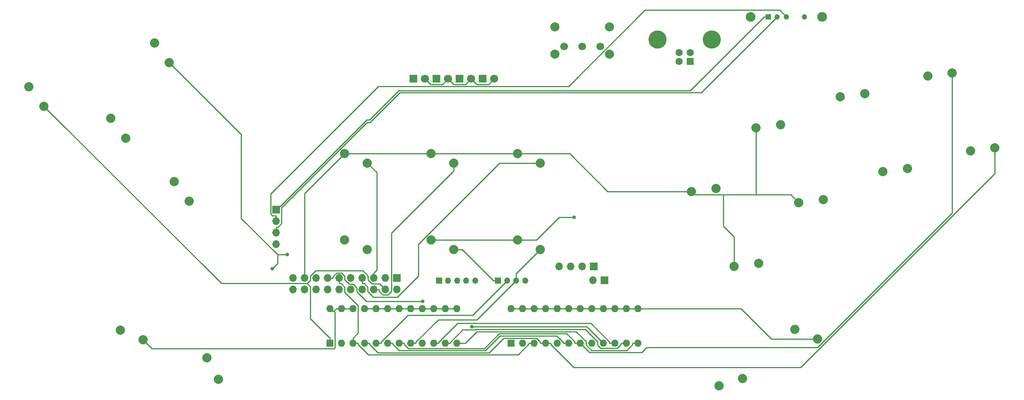
<source format=gbr>
%TF.GenerationSoftware,KiCad,Pcbnew,(5.1.10)-1*%
%TF.CreationDate,2021-10-16T10:52:32-04:00*%
%TF.ProjectId,mino_board,6d696e6f-5f62-46f6-9172-642e6b696361,rev?*%
%TF.SameCoordinates,Original*%
%TF.FileFunction,Copper,L1,Top*%
%TF.FilePolarity,Positive*%
%FSLAX46Y46*%
G04 Gerber Fmt 4.6, Leading zero omitted, Abs format (unit mm)*
G04 Created by KiCad (PCBNEW (5.1.10)-1) date 2021-10-16 10:52:32*
%MOMM*%
%LPD*%
G01*
G04 APERTURE LIST*
%TA.AperFunction,ComponentPad*%
%ADD10R,1.600000X1.600000*%
%TD*%
%TA.AperFunction,ComponentPad*%
%ADD11O,1.600000X1.600000*%
%TD*%
%TA.AperFunction,ComponentPad*%
%ADD12O,1.700000X1.700000*%
%TD*%
%TA.AperFunction,ComponentPad*%
%ADD13R,1.700000X1.700000*%
%TD*%
%TA.AperFunction,ComponentPad*%
%ADD14C,1.200000*%
%TD*%
%TA.AperFunction,ComponentPad*%
%ADD15R,1.200000X1.200000*%
%TD*%
%TA.AperFunction,ComponentPad*%
%ADD16C,2.150000*%
%TD*%
%TA.AperFunction,ComponentPad*%
%ADD17C,2.000000*%
%TD*%
%TA.AperFunction,ComponentPad*%
%ADD18C,1.700000*%
%TD*%
%TA.AperFunction,ComponentPad*%
%ADD19C,2.032000*%
%TD*%
%TA.AperFunction,ComponentPad*%
%ADD20C,4.000000*%
%TD*%
%TA.AperFunction,ComponentPad*%
%ADD21C,1.600000*%
%TD*%
%TA.AperFunction,ComponentPad*%
%ADD22O,1.350000X1.350000*%
%TD*%
%TA.AperFunction,ComponentPad*%
%ADD23R,1.350000X1.350000*%
%TD*%
%TA.AperFunction,ComponentPad*%
%ADD24R,1.800000X1.800000*%
%TD*%
%TA.AperFunction,ComponentPad*%
%ADD25C,1.800000*%
%TD*%
%TA.AperFunction,ViaPad*%
%ADD26C,0.800000*%
%TD*%
%TA.AperFunction,Conductor*%
%ADD27C,0.250000*%
%TD*%
G04 APERTURE END LIST*
D10*
%TO.P,DIP_LEFT1,1*%
%TO.N,Net-(DIP_LEFT1-Pad1)*%
X118778000Y-142113000D03*
D11*
%TO.P,DIP_LEFT1,13*%
%TO.N,Net-(DIP_LEFT1-Pad13)*%
X146718000Y-134493000D03*
%TO.P,DIP_LEFT1,2*%
%TO.N,Net-(DIP_LEFT1-Pad2)*%
X121318000Y-142113000D03*
%TO.P,DIP_LEFT1,14*%
%TO.N,Net-(DIP_LEFT1-Pad13)*%
X144178000Y-134493000D03*
%TO.P,DIP_LEFT1,3*%
%TO.N,Net-(DIP_LEFT1-Pad3)*%
X123858000Y-142113000D03*
%TO.P,DIP_LEFT1,15*%
%TO.N,Net-(DIP_LEFT1-Pad13)*%
X141638000Y-134493000D03*
%TO.P,DIP_LEFT1,4*%
%TO.N,Net-(DIP_LEFT1-Pad4)*%
X126398000Y-142113000D03*
%TO.P,DIP_LEFT1,16*%
%TO.N,Net-(DIP_LEFT1-Pad13)*%
X139098000Y-134493000D03*
%TO.P,DIP_LEFT1,5*%
%TO.N,Net-(DIP_LEFT1-Pad5)*%
X128938000Y-142113000D03*
%TO.P,DIP_LEFT1,17*%
%TO.N,Net-(DIP_LEFT1-Pad13)*%
X136558000Y-134493000D03*
%TO.P,DIP_LEFT1,6*%
%TO.N,Net-(DIP_LEFT1-Pad6)*%
X131478000Y-142113000D03*
%TO.P,DIP_LEFT1,18*%
%TO.N,Net-(DIP_LEFT1-Pad13)*%
X134018000Y-134493000D03*
%TO.P,DIP_LEFT1,7*%
%TO.N,Net-(DIP_LEFT1-Pad7)*%
X134018000Y-142113000D03*
%TO.P,DIP_LEFT1,19*%
%TO.N,Net-(DIP_LEFT1-Pad13)*%
X131478000Y-134493000D03*
%TO.P,DIP_LEFT1,8*%
%TO.N,Net-(DIP_LEFT1-Pad8)*%
X136558000Y-142113000D03*
%TO.P,DIP_LEFT1,20*%
%TO.N,Net-(DIP_LEFT1-Pad13)*%
X128938000Y-134493000D03*
%TO.P,DIP_LEFT1,9*%
%TO.N,Net-(A1-Pad1)*%
X139098000Y-142113000D03*
%TO.P,DIP_LEFT1,21*%
%TO.N,Net-(DIP_LEFT1-Pad13)*%
X126398000Y-134493000D03*
%TO.P,DIP_LEFT1,10*%
%TO.N,Net-(B1-Pad1)*%
X141638000Y-142113000D03*
%TO.P,DIP_LEFT1,22*%
%TO.N,Net-(DIP_LEFT1-Pad13)*%
X123858000Y-134493000D03*
%TO.P,DIP_LEFT1,11*%
%TO.N,Net-(DIP_LEFT1-Pad11)*%
X144178000Y-142113000D03*
%TO.P,DIP_LEFT1,23*%
%TO.N,Net-(DIP_LEFT1-Pad13)*%
X121318000Y-134493000D03*
%TO.P,DIP_LEFT1,12*%
%TO.N,Net-(DIP_LEFT1-Pad12)*%
X146718000Y-142113000D03*
%TO.P,DIP_LEFT1,24*%
%TO.N,Net-(DIP_LEFT1-Pad13)*%
X118778000Y-134493000D03*
%TD*%
%TO.P,DIP_RIGHT1,24*%
%TO.N,Net-(DIP_RIGHT1-Pad13)*%
X158623000Y-134493000D03*
%TO.P,DIP_RIGHT1,12*%
%TO.N,Net-(DIP_LEFT1-Pad12)*%
X186563000Y-142113000D03*
%TO.P,DIP_RIGHT1,23*%
%TO.N,Net-(DIP_RIGHT1-Pad13)*%
X161163000Y-134493000D03*
%TO.P,DIP_RIGHT1,11*%
%TO.N,Net-(DIP_LEFT1-Pad11)*%
X184023000Y-142113000D03*
%TO.P,DIP_RIGHT1,22*%
%TO.N,Net-(DIP_RIGHT1-Pad13)*%
X163703000Y-134493000D03*
%TO.P,DIP_RIGHT1,10*%
%TO.N,Net-(B1-Pad1)*%
X181483000Y-142113000D03*
%TO.P,DIP_RIGHT1,21*%
%TO.N,Net-(DIP_RIGHT1-Pad13)*%
X166243000Y-134493000D03*
%TO.P,DIP_RIGHT1,9*%
%TO.N,Net-(A1-Pad1)*%
X178943000Y-142113000D03*
%TO.P,DIP_RIGHT1,20*%
%TO.N,Net-(DIP_RIGHT1-Pad13)*%
X168783000Y-134493000D03*
%TO.P,DIP_RIGHT1,8*%
%TO.N,Net-(DIP_LEFT1-Pad8)*%
X176403000Y-142113000D03*
%TO.P,DIP_RIGHT1,19*%
%TO.N,Net-(DIP_RIGHT1-Pad13)*%
X171323000Y-134493000D03*
%TO.P,DIP_RIGHT1,7*%
%TO.N,Net-(DIP_LEFT1-Pad7)*%
X173863000Y-142113000D03*
%TO.P,DIP_RIGHT1,18*%
%TO.N,Net-(DIP_RIGHT1-Pad13)*%
X173863000Y-134493000D03*
%TO.P,DIP_RIGHT1,6*%
%TO.N,Net-(DIP_LEFT1-Pad6)*%
X171323000Y-142113000D03*
%TO.P,DIP_RIGHT1,17*%
%TO.N,Net-(DIP_RIGHT1-Pad13)*%
X176403000Y-134493000D03*
%TO.P,DIP_RIGHT1,5*%
%TO.N,Net-(DIP_LEFT1-Pad5)*%
X168783000Y-142113000D03*
%TO.P,DIP_RIGHT1,16*%
%TO.N,Net-(DIP_RIGHT1-Pad13)*%
X178943000Y-134493000D03*
%TO.P,DIP_RIGHT1,4*%
%TO.N,Net-(DIP_LEFT1-Pad4)*%
X166243000Y-142113000D03*
%TO.P,DIP_RIGHT1,15*%
%TO.N,Net-(DIP_RIGHT1-Pad13)*%
X181483000Y-134493000D03*
%TO.P,DIP_RIGHT1,3*%
%TO.N,Net-(DIP_LEFT1-Pad3)*%
X163703000Y-142113000D03*
%TO.P,DIP_RIGHT1,14*%
%TO.N,Net-(DIP_RIGHT1-Pad13)*%
X184023000Y-134493000D03*
%TO.P,DIP_RIGHT1,2*%
%TO.N,Net-(DIP_LEFT1-Pad2)*%
X161163000Y-142113000D03*
%TO.P,DIP_RIGHT1,13*%
%TO.N,Net-(DIP_RIGHT1-Pad13)*%
X186563000Y-134493000D03*
D10*
%TO.P,DIP_RIGHT1,1*%
%TO.N,Net-(DIP_RIGHT1-Pad1)*%
X158623000Y-142113000D03*
%TD*%
D12*
%TO.P,JSTICKTYPE1,4*%
%TO.N,Net-(JSTICKTYPE1-Pad4)*%
X106934000Y-120269000D03*
%TO.P,JSTICKTYPE1,3*%
%TO.N,Net-(JSTICKTYPE1-Pad3)*%
X106934000Y-117729000D03*
%TO.P,JSTICKTYPE1,2*%
%TO.N,Net-(JSTICKTYPE1-Pad2)*%
X106934000Y-115189000D03*
D13*
%TO.P,JSTICKTYPE1,1*%
%TO.N,Net-(JSTICKTYPE1-Pad1)*%
X106934000Y-112649000D03*
%TD*%
D14*
%TO.P,SW_STICK1,4*%
%TO.N,Net-(JSTICKTYPE1-Pad4)*%
X223266000Y-70127500D03*
%TO.P,SW_STICK1,3*%
%TO.N,Net-(JSTICKTYPE1-Pad2)*%
X219266000Y-70127500D03*
%TO.P,SW_STICK1,2*%
%TO.N,Net-(JSTICKTYPE1-Pad3)*%
X217266000Y-70127500D03*
D15*
%TO.P,SW_STICK1,1*%
%TO.N,Net-(JSTICKTYPE1-Pad1)*%
X215266000Y-70127500D03*
D16*
%TO.P,SW_STICK1,6*%
%TO.N,N/C*%
X227116000Y-70127500D03*
%TO.P,SW_STICK1,5*%
X211416001Y-70127500D03*
%TD*%
D17*
%TO.P,SW_SOCD1,*%
%TO.N,*%
X168302000Y-78394500D03*
X180302000Y-78394500D03*
X180302000Y-72394500D03*
X168302000Y-72394500D03*
D18*
%TO.P,SW_SOCD1,1*%
%TO.N,Net-(JSOCD1-Pad1)*%
X170302000Y-76644500D03*
%TO.P,SW_SOCD1,2*%
%TO.N,Net-(JSOCD1-Pad2)*%
X174302000Y-76644500D03*
%TO.P,SW_SOCD1,3*%
%TO.N,Net-(SW_SOCD1-Pad3)*%
X178302000Y-76644500D03*
%TD*%
D12*
%TO.P,JSOCD1,2*%
%TO.N,Net-(JSOCD1-Pad2)*%
X176657000Y-128270000D03*
D13*
%TO.P,JSOCD1,1*%
%TO.N,Net-(JSOCD1-Pad1)*%
X179197000Y-128270000D03*
%TD*%
D19*
%TO.P,L2,1*%
%TO.N,Net-(DIP_LEFT1-Pad4)*%
X265190000Y-99013050D03*
%TO.P,L2,2*%
%TO.N,Net-(A1-Pad2)*%
X259809873Y-99694397D03*
%TD*%
D20*
%TO.P,USB_B1,5*%
%TO.N,Net-(USB_B1-Pad5)*%
X202870000Y-75150000D03*
X190870000Y-75150000D03*
D21*
%TO.P,USB_B1,4*%
%TO.N,Net-(J1-2-Pad4)*%
X198120000Y-78010000D03*
%TO.P,USB_B1,3*%
%TO.N,Net-(J1-2-Pad3)*%
X195620000Y-78010000D03*
%TO.P,USB_B1,2*%
%TO.N,Net-(J1-2-Pad2)*%
X195620000Y-80010000D03*
D10*
%TO.P,USB_B1,1*%
%TO.N,Net-(J1-2-Pad1)*%
X198120000Y-80010000D03*
%TD*%
D19*
%TO.P,R2,1*%
%TO.N,Net-(DIP_LEFT1-Pad7)*%
X255792000Y-82512750D03*
%TO.P,R2,2*%
%TO.N,Net-(A1-Pad2)*%
X250411873Y-83194097D03*
%TD*%
%TO.P,LEFT1,1*%
%TO.N,Net-(DIP_LEFT1-Pad1)*%
X55787500Y-89882050D03*
%TO.P,LEFT1,2*%
%TO.N,Net-(A1-Pad2)*%
X52507373Y-85563397D03*
%TD*%
%TO.P,DOWN1,1*%
%TO.N,Net-(DIP_LEFT1-Pad2)*%
X73821500Y-96871950D03*
%TO.P,DOWN1,2*%
%TO.N,Net-(A1-Pad2)*%
X70541373Y-92553297D03*
%TD*%
%TO.P,RIGHT1,1*%
%TO.N,Net-(DIP_RIGHT1-Pad1)*%
X87791500Y-110773550D03*
%TO.P,RIGHT1,2*%
%TO.N,Net-(A1-Pad2)*%
X84511373Y-106454897D03*
%TD*%
%TO.P,UP1,2*%
%TO.N,Net-(A1-Pad2)*%
X80129273Y-75955397D03*
%TO.P,UP1,1*%
%TO.N,Net-(J4-Pad1)*%
X83409400Y-80274050D03*
%TD*%
%TO.P,UP3,2*%
%TO.N,Net-(A1-Pad2)*%
X204416371Y-151539907D03*
%TO.P,UP3,1*%
%TO.N,Net-(J4-Pad1)*%
X209596447Y-149934662D03*
%TD*%
%TO.P,HOME1,1*%
%TO.N,Net-(HOME1-Pad1)*%
X146050000Y-102420000D03*
%TO.P,HOME1,2*%
%TO.N,Net-(A1-Pad2)*%
X141050000Y-100320000D03*
%TD*%
%TO.P,R3,1*%
%TO.N,Net-(DIP_LEFT1-Pad8)*%
X165100000Y-121470000D03*
%TO.P,R3,2*%
%TO.N,Net-(J10-Pad4)*%
X160100000Y-119370000D03*
%TD*%
%TO.P,L3,1*%
%TO.N,Net-(DIP_LEFT1-Pad5)*%
X127000000Y-121470000D03*
%TO.P,L3,2*%
%TO.N,Net-(J10-Pad4)*%
X122000000Y-119370000D03*
%TD*%
%TO.P,START1,2*%
%TO.N,Net-(A1-Pad2)*%
X160100000Y-100320000D03*
%TO.P,START1,1*%
%TO.N,Net-(J4-Pad7)*%
X165100000Y-102420000D03*
%TD*%
%TO.P,RIGHT2,1*%
%TO.N,Net-(DIP_RIGHT1-Pad13)*%
X226124000Y-141155000D03*
%TO.P,RIGHT2,2*%
%TO.N,Net-(A1-Pad2)*%
X221124000Y-139055000D03*
%TD*%
%TO.P,SELECT1,2*%
%TO.N,Net-(A1-Pad2)*%
X122000000Y-100320000D03*
%TO.P,SELECT1,1*%
%TO.N,Net-(J4-Pad5)*%
X127000000Y-102420000D03*
%TD*%
%TO.P,LEFT2,2*%
%TO.N,Net-(A1-Pad2)*%
X72660500Y-139246000D03*
%TO.P,LEFT2,1*%
%TO.N,Net-(DIP_LEFT1-Pad13)*%
X77660500Y-141346000D03*
%TD*%
%TO.P,UP2,1*%
%TO.N,Net-(J4-Pad1)*%
X94188053Y-150125662D03*
%TO.P,UP2,2*%
%TO.N,Net-(A1-Pad2)*%
X91707685Y-145303031D03*
%TD*%
%TO.P,L1,1*%
%TO.N,Net-(DIP_LEFT1-Pad3)*%
X245896000Y-103585050D03*
%TO.P,L1,2*%
%TO.N,Net-(A1-Pad2)*%
X240515873Y-104266397D03*
%TD*%
%TO.P,Y1,1*%
%TO.N,Net-(DIP_LEFT1-Pad12)*%
X217966000Y-93942750D03*
%TO.P,Y1,2*%
%TO.N,Net-(A1-Pad2)*%
X212585873Y-94624097D03*
%TD*%
%TO.P,A1,1*%
%TO.N,Net-(A1-Pad1)*%
X213150000Y-124494550D03*
%TO.P,A1,2*%
%TO.N,Net-(A1-Pad2)*%
X207769873Y-125175897D03*
%TD*%
%TO.P,R1,1*%
%TO.N,Net-(DIP_LEFT1-Pad6)*%
X236498000Y-87084750D03*
%TO.P,R1,2*%
%TO.N,Net-(A1-Pad2)*%
X231117873Y-87766097D03*
%TD*%
%TO.P,X1,1*%
%TO.N,Net-(DIP_LEFT1-Pad11)*%
X203752000Y-107994550D03*
%TO.P,X1,2*%
%TO.N,Net-(A1-Pad2)*%
X198371873Y-108675897D03*
%TD*%
%TO.P,B1,1*%
%TO.N,Net-(B1-Pad1)*%
X227364000Y-110443550D03*
%TO.P,B1,2*%
%TO.N,Net-(A1-Pad2)*%
X221983873Y-111124897D03*
%TD*%
%TO.P,TOUCHPAD1,2*%
%TO.N,Net-(J10-Pad4)*%
X141050000Y-119370000D03*
%TO.P,TOUCHPAD1,1*%
%TO.N,Net-(J10-Pad1)*%
X146050000Y-121470000D03*
%TD*%
D12*
%TO.P,J4,20*%
%TO.N,Net-(J4-Pad20)*%
X110665000Y-130310000D03*
%TO.P,J4,19*%
%TO.N,Net-(J4-Pad19)*%
X110665000Y-127770000D03*
%TO.P,J4,18*%
%TO.N,Net-(J4-Pad18)*%
X113205000Y-130310000D03*
%TO.P,J4,17*%
%TO.N,Net-(A1-Pad2)*%
X113205000Y-127770000D03*
%TO.P,J4,16*%
%TO.N,Net-(DIP_LEFT1-Pad4)*%
X115745000Y-130310000D03*
%TO.P,J4,15*%
%TO.N,Net-(DIP_LEFT1-Pad7)*%
X115745000Y-127770000D03*
%TO.P,J4,14*%
%TO.N,Net-(B1-Pad1)*%
X118285000Y-130310000D03*
%TO.P,J4,13*%
%TO.N,Net-(A1-Pad1)*%
X118285000Y-127770000D03*
%TO.P,J4,12*%
%TO.N,Net-(J4-Pad12)*%
X120825000Y-130310000D03*
%TO.P,J4,11*%
%TO.N,Net-(DIP_LEFT1-Pad3)*%
X120825000Y-127770000D03*
%TO.P,J4,10*%
%TO.N,Net-(DIP_LEFT1-Pad6)*%
X123365000Y-130310000D03*
%TO.P,J4,9*%
%TO.N,Net-(DIP_LEFT1-Pad12)*%
X123365000Y-127770000D03*
%TO.P,J4,8*%
%TO.N,Net-(DIP_LEFT1-Pad11)*%
X125905000Y-130310000D03*
%TO.P,J4,7*%
%TO.N,Net-(J4-Pad7)*%
X125905000Y-127770000D03*
%TO.P,J4,6*%
%TO.N,Net-(HOME1-Pad1)*%
X128445000Y-130310000D03*
%TO.P,J4,5*%
%TO.N,Net-(J4-Pad5)*%
X128445000Y-127770000D03*
%TO.P,J4,4*%
%TO.N,Net-(DIP_LEFT1-Pad1)*%
X130985000Y-130310000D03*
%TO.P,J4,3*%
%TO.N,Net-(DIP_RIGHT1-Pad1)*%
X130985000Y-127770000D03*
%TO.P,J4,2*%
%TO.N,Net-(DIP_LEFT1-Pad2)*%
X133525000Y-130310000D03*
D13*
%TO.P,J4,1*%
%TO.N,Net-(J4-Pad1)*%
X133525000Y-127770000D03*
%TD*%
D12*
%TO.P,J1-2,4*%
%TO.N,Net-(J1-2-Pad4)*%
X169260000Y-125160000D03*
%TO.P,J1-2,3*%
%TO.N,Net-(J1-2-Pad3)*%
X171800000Y-125160000D03*
%TO.P,J1-2,2*%
%TO.N,Net-(J1-2-Pad2)*%
X174340000Y-125160000D03*
D13*
%TO.P,J1-2,1*%
%TO.N,Net-(J1-2-Pad1)*%
X176880000Y-125160000D03*
%TD*%
D22*
%TO.P,J2,5*%
%TO.N,Net-(J2-Pad5)*%
X150780000Y-128350000D03*
%TO.P,J2,4*%
%TO.N,Net-(J2-Pad4)*%
X148780000Y-128350000D03*
%TO.P,J2,3*%
%TO.N,Net-(J2-Pad3)*%
X146780000Y-128350000D03*
%TO.P,J2,2*%
%TO.N,Net-(J2-Pad2)*%
X144780000Y-128350000D03*
D23*
%TO.P,J2,1*%
%TO.N,Net-(J2-Pad1)*%
X142780000Y-128350000D03*
%TD*%
D22*
%TO.P,J10,4*%
%TO.N,Net-(J10-Pad4)*%
X161780000Y-128350000D03*
%TO.P,J10,3*%
%TO.N,Net-(DIP_LEFT1-Pad8)*%
X159780000Y-128350000D03*
%TO.P,J10,2*%
%TO.N,Net-(DIP_LEFT1-Pad5)*%
X157780000Y-128350000D03*
D23*
%TO.P,J10,1*%
%TO.N,Net-(J10-Pad1)*%
X155780000Y-128350000D03*
%TD*%
D24*
%TO.P,P4,1*%
%TO.N,Net-(J2-Pad5)*%
X152400000Y-83820000D03*
D25*
%TO.P,P4,2*%
%TO.N,Net-(J2-Pad1)*%
X154940000Y-83820000D03*
%TD*%
%TO.P,P3,2*%
%TO.N,Net-(J2-Pad1)*%
X149860000Y-83820000D03*
D24*
%TO.P,P3,1*%
%TO.N,Net-(J2-Pad4)*%
X147320000Y-83820000D03*
%TD*%
%TO.P,P2,1*%
%TO.N,Net-(J2-Pad3)*%
X142240000Y-83820000D03*
D25*
%TO.P,P2,2*%
%TO.N,Net-(J2-Pad1)*%
X144780000Y-83820000D03*
%TD*%
%TO.P,P1,2*%
%TO.N,Net-(J2-Pad1)*%
X139700000Y-83820000D03*
D24*
%TO.P,P1,1*%
%TO.N,Net-(J2-Pad2)*%
X137160000Y-83820000D03*
%TD*%
D26*
%TO.N,Net-(A1-Pad1)*%
X150001600Y-138479400D03*
X139172700Y-132935500D03*
%TO.N,Net-(J4-Pad1)*%
X109393600Y-122556500D03*
X106039200Y-125718600D03*
%TO.N,Net-(J10-Pad4)*%
X172561400Y-114393700D03*
%TD*%
D27*
%TO.N,Net-(A1-Pad2)*%
X113205000Y-127770000D02*
X113205000Y-126594700D01*
X113205000Y-126594700D02*
X113205000Y-109115000D01*
X113205000Y-109115000D02*
X122000000Y-100320000D01*
X122000000Y-100320000D02*
X141050000Y-100320000D01*
X160100000Y-100320000D02*
X171564100Y-100320000D01*
X171564100Y-100320000D02*
X179920000Y-108675900D01*
X179920000Y-108675900D02*
X198371900Y-108675900D01*
X141050000Y-100320000D02*
X160100000Y-100320000D01*
X205395600Y-109385400D02*
X212585900Y-109385400D01*
X198371900Y-108675900D02*
X199081400Y-109385400D01*
X199081400Y-109385400D02*
X205395600Y-109385400D01*
X207769900Y-125175900D02*
X207769900Y-118703300D01*
X207769900Y-118703300D02*
X205395600Y-116329000D01*
X205395600Y-116329000D02*
X205395600Y-109385400D01*
X212585900Y-109385400D02*
X212585900Y-94624100D01*
X221983900Y-111124900D02*
X220244400Y-109385400D01*
X220244400Y-109385400D02*
X212585900Y-109385400D01*
%TO.N,Net-(A1-Pad1)*%
X178943000Y-142113000D02*
X175309400Y-138479400D01*
X175309400Y-138479400D02*
X150001600Y-138479400D01*
X119460300Y-127770000D02*
X119460300Y-127402700D01*
X119460300Y-127402700D02*
X120270000Y-126593000D01*
X120270000Y-126593000D02*
X121312700Y-126593000D01*
X121312700Y-126593000D02*
X122000400Y-127280700D01*
X122000400Y-127280700D02*
X122000400Y-128069600D01*
X122000400Y-128069600D02*
X123004200Y-129073400D01*
X123004200Y-129073400D02*
X123812600Y-129073400D01*
X123812600Y-129073400D02*
X124659400Y-129920200D01*
X124659400Y-129920200D02*
X124659400Y-130800600D01*
X124659400Y-130800600D02*
X126794300Y-132935500D01*
X126794300Y-132935500D02*
X139172700Y-132935500D01*
X118285000Y-127770000D02*
X119460300Y-127770000D01*
%TO.N,Net-(B1-Pad1)*%
X180357700Y-142113000D02*
X180357700Y-141883500D01*
X180357700Y-141883500D02*
X176228300Y-137754100D01*
X176228300Y-137754100D02*
X146840900Y-137754100D01*
X146840900Y-137754100D02*
X142763300Y-141831700D01*
X142763300Y-141831700D02*
X142763300Y-142113000D01*
X181483000Y-142113000D02*
X180357700Y-142113000D01*
X141638000Y-142113000D02*
X142763300Y-142113000D01*
%TO.N,Net-(HOME1-Pad1)*%
X128445000Y-130310000D02*
X129620300Y-130310000D01*
X129620300Y-130310000D02*
X129620300Y-130677300D01*
X129620300Y-130677300D02*
X130438100Y-131495100D01*
X130438100Y-131495100D02*
X131509800Y-131495100D01*
X131509800Y-131495100D02*
X132349600Y-130655300D01*
X132349600Y-130655300D02*
X132349600Y-117836400D01*
X132349600Y-117836400D02*
X146050000Y-104136000D01*
X146050000Y-104136000D02*
X146050000Y-102420000D01*
%TO.N,Net-(J2-Pad1)*%
X144780000Y-83820000D02*
X146005300Y-85045300D01*
X146005300Y-85045300D02*
X148634700Y-85045300D01*
X148634700Y-85045300D02*
X149860000Y-83820000D01*
X154940000Y-83820000D02*
X153714700Y-85045300D01*
X153714700Y-85045300D02*
X151085300Y-85045300D01*
X151085300Y-85045300D02*
X149860000Y-83820000D01*
X144780000Y-83820000D02*
X143554700Y-85045300D01*
X143554700Y-85045300D02*
X140925300Y-85045300D01*
X140925300Y-85045300D02*
X139700000Y-83820000D01*
%TO.N,Net-(J4-Pad7)*%
X125905000Y-127770000D02*
X125905000Y-128945300D01*
X125905000Y-128945300D02*
X126272400Y-128945300D01*
X126272400Y-128945300D02*
X127080300Y-129753200D01*
X127080300Y-129753200D02*
X127080300Y-130676300D01*
X127080300Y-130676300D02*
X128350900Y-131946900D01*
X128350900Y-131946900D02*
X133559800Y-131946900D01*
X133559800Y-131946900D02*
X138207200Y-127299500D01*
X138207200Y-127299500D02*
X138207200Y-120299100D01*
X138207200Y-120299100D02*
X156086300Y-102420000D01*
X156086300Y-102420000D02*
X165100000Y-102420000D01*
%TO.N,Net-(J4-Pad5)*%
X128445000Y-127770000D02*
X128445000Y-126594700D01*
X128445000Y-126594700D02*
X129054500Y-125985200D01*
X129054500Y-125985200D02*
X129054500Y-104474500D01*
X129054500Y-104474500D02*
X127000000Y-102420000D01*
%TO.N,Net-(J4-Pad1)*%
X107210100Y-122556500D02*
X99230200Y-114576600D01*
X99230200Y-114576600D02*
X99230200Y-96094800D01*
X99230200Y-96094800D02*
X83409400Y-80274000D01*
X106039200Y-125718600D02*
X107210100Y-124547700D01*
X107210100Y-124547700D02*
X107210100Y-122556500D01*
X109393600Y-122556500D02*
X107210100Y-122556500D01*
%TO.N,Net-(J10-Pad4)*%
X160100000Y-119370000D02*
X141050000Y-119370000D01*
X172561400Y-114393700D02*
X169221000Y-114393700D01*
X169221000Y-114393700D02*
X164244700Y-119370000D01*
X164244700Y-119370000D02*
X160100000Y-119370000D01*
%TO.N,Net-(J10-Pad1)*%
X155780000Y-128350000D02*
X154779700Y-128350000D01*
X154779700Y-128350000D02*
X147899700Y-121470000D01*
X147899700Y-121470000D02*
X146050000Y-121470000D01*
%TO.N,Net-(DIP_LEFT1-Pad4)*%
X127523300Y-142113000D02*
X127523300Y-142394300D01*
X127523300Y-142394300D02*
X129344400Y-144215400D01*
X129344400Y-144215400D02*
X153789900Y-144215400D01*
X153789900Y-144215400D02*
X157017600Y-140987700D01*
X157017600Y-140987700D02*
X164273800Y-140987700D01*
X164273800Y-140987700D02*
X165117700Y-141831600D01*
X165117700Y-141831600D02*
X165117700Y-142113000D01*
X166243000Y-142113000D02*
X167368300Y-142113000D01*
X265190000Y-99013000D02*
X265190000Y-104686400D01*
X265190000Y-104686400D02*
X222395100Y-147481300D01*
X222395100Y-147481300D02*
X172455300Y-147481300D01*
X172455300Y-147481300D02*
X167368300Y-142394300D01*
X167368300Y-142394300D02*
X167368300Y-142113000D01*
X166243000Y-142113000D02*
X165117700Y-142113000D01*
X126398000Y-142113000D02*
X127523300Y-142113000D01*
%TO.N,Net-(DIP_LEFT1-Pad7)*%
X172737700Y-142113000D02*
X172737700Y-141831700D01*
X172737700Y-141831700D02*
X170937300Y-140031300D01*
X170937300Y-140031300D02*
X156024600Y-140031300D01*
X156024600Y-140031300D02*
X152779000Y-143276900D01*
X152779000Y-143276900D02*
X136025900Y-143276900D01*
X136025900Y-143276900D02*
X135143300Y-142394300D01*
X135143300Y-142394300D02*
X135143300Y-142113000D01*
X173863000Y-142113000D02*
X172737700Y-142113000D01*
X134018000Y-142113000D02*
X135143300Y-142113000D01*
X255792000Y-82512700D02*
X255792000Y-113431700D01*
X255792000Y-113431700D02*
X226162800Y-143060900D01*
X226162800Y-143060900D02*
X188539600Y-143060900D01*
X188539600Y-143060900D02*
X187414900Y-144185600D01*
X187414900Y-144185600D02*
X175935600Y-144185600D01*
X175935600Y-144185600D02*
X173863000Y-142113000D01*
%TO.N,Net-(DIP_LEFT1-Pad3)*%
X123858000Y-142113000D02*
X123858000Y-140987700D01*
X120825000Y-127770000D02*
X120825000Y-128945300D01*
X120825000Y-128945300D02*
X121192400Y-128945300D01*
X121192400Y-128945300D02*
X122000300Y-129753200D01*
X122000300Y-129753200D02*
X122000300Y-130835100D01*
X122000300Y-130835100D02*
X124983300Y-133818100D01*
X124983300Y-133818100D02*
X124983300Y-139862400D01*
X124983300Y-139862400D02*
X123858000Y-140987700D01*
X124983300Y-142113000D02*
X124983300Y-142394300D01*
X124983300Y-142394300D02*
X127264900Y-144675900D01*
X127264900Y-144675900D02*
X160228400Y-144675900D01*
X160228400Y-144675900D02*
X162577700Y-142326600D01*
X162577700Y-142326600D02*
X162577700Y-142113000D01*
X163703000Y-142113000D02*
X162577700Y-142113000D01*
X123858000Y-142113000D02*
X124983300Y-142113000D01*
%TO.N,Net-(DIP_LEFT1-Pad6)*%
X170197700Y-142113000D02*
X170197700Y-141923500D01*
X170197700Y-141923500D02*
X168756900Y-140482700D01*
X168756900Y-140482700D02*
X156210100Y-140482700D01*
X156210100Y-140482700D02*
X152957800Y-143735000D01*
X152957800Y-143735000D02*
X134032600Y-143735000D01*
X134032600Y-143735000D02*
X132603300Y-142305700D01*
X132603300Y-142305700D02*
X132603300Y-142113000D01*
X171323000Y-142113000D02*
X170197700Y-142113000D01*
X131478000Y-142113000D02*
X132603300Y-142113000D01*
%TO.N,Net-(DIP_LEFT1-Pad12)*%
X147843300Y-142113000D02*
X148568400Y-142113000D01*
X148568400Y-142113000D02*
X151103000Y-139578400D01*
X151103000Y-139578400D02*
X172974500Y-139578400D01*
X172974500Y-139578400D02*
X175133000Y-141736900D01*
X175133000Y-141736900D02*
X175133000Y-142486300D01*
X175133000Y-142486300D02*
X176358500Y-143711800D01*
X176358500Y-143711800D02*
X184120200Y-143711800D01*
X184120200Y-143711800D02*
X185437700Y-142394300D01*
X185437700Y-142394300D02*
X185437700Y-142113000D01*
X146718000Y-142113000D02*
X147843300Y-142113000D01*
X186563000Y-142113000D02*
X185437700Y-142113000D01*
%TO.N,Net-(DIP_LEFT1-Pad11)*%
X145303300Y-142113000D02*
X145303300Y-141919600D01*
X145303300Y-141919600D02*
X148018200Y-139204700D01*
X148018200Y-139204700D02*
X150839800Y-139204700D01*
X150839800Y-139204700D02*
X150958900Y-139085600D01*
X150958900Y-139085600D02*
X174968700Y-139085600D01*
X174968700Y-139085600D02*
X177673000Y-141789900D01*
X177673000Y-141789900D02*
X177673000Y-142514200D01*
X177673000Y-142514200D02*
X178397100Y-143238300D01*
X178397100Y-143238300D02*
X182053800Y-143238300D01*
X182053800Y-143238300D02*
X182897700Y-142394400D01*
X182897700Y-142394400D02*
X182897700Y-142113000D01*
X184023000Y-142113000D02*
X182897700Y-142113000D01*
X144178000Y-142113000D02*
X145303300Y-142113000D01*
%TO.N,Net-(DIP_LEFT1-Pad1)*%
X113730600Y-128945400D02*
X114475000Y-128201000D01*
X114475000Y-128201000D02*
X114475000Y-127313000D01*
X114475000Y-127313000D02*
X115650200Y-126137800D01*
X115650200Y-126137800D02*
X126019300Y-126137800D01*
X126019300Y-126137800D02*
X127175000Y-127293500D01*
X127175000Y-127293500D02*
X127175000Y-128184200D01*
X127175000Y-128184200D02*
X127997400Y-129006600D01*
X127997400Y-129006600D02*
X129681600Y-129006600D01*
X129681600Y-129006600D02*
X130985000Y-130310000D01*
X55787500Y-89882000D02*
X94850900Y-128945400D01*
X94850900Y-128945400D02*
X113730600Y-128945400D01*
X113730600Y-128945400D02*
X114475000Y-129689800D01*
X114475000Y-129689800D02*
X114475000Y-136684700D01*
X114475000Y-136684700D02*
X118778000Y-140987700D01*
X118778000Y-142113000D02*
X118778000Y-140987700D01*
%TO.N,Net-(DIP_LEFT1-Pad8)*%
X137683300Y-142113000D02*
X137683300Y-141908400D01*
X137683300Y-141908400D02*
X142608000Y-136983700D01*
X142608000Y-136983700D02*
X151146300Y-136983700D01*
X151146300Y-136983700D02*
X159780000Y-128350000D01*
X159780000Y-128350000D02*
X159780000Y-126790000D01*
X159780000Y-126790000D02*
X165100000Y-121470000D01*
X136558000Y-142113000D02*
X137683300Y-142113000D01*
%TO.N,Net-(DIP_LEFT1-Pad5)*%
X128938000Y-142113000D02*
X130063300Y-142113000D01*
X157780000Y-128350000D02*
X150213500Y-135916500D01*
X150213500Y-135916500D02*
X135978500Y-135916500D01*
X135978500Y-135916500D02*
X130063300Y-141831700D01*
X130063300Y-141831700D02*
X130063300Y-142113000D01*
%TO.N,Net-(DIP_LEFT1-Pad13)*%
X119630100Y-135055600D02*
X120192700Y-134493000D01*
X118778000Y-135055600D02*
X119630100Y-135055600D01*
X77660500Y-141346000D02*
X79596100Y-143281600D01*
X79596100Y-143281600D02*
X119696500Y-143281600D01*
X119696500Y-143281600D02*
X119903400Y-143074700D01*
X119903400Y-143074700D02*
X119903400Y-135328900D01*
X119903400Y-135328900D02*
X119630100Y-135055600D01*
X121318000Y-134493000D02*
X120192700Y-134493000D01*
X118778000Y-134493000D02*
X118778000Y-135055600D01*
X141638000Y-134493000D02*
X144178000Y-134493000D01*
X139098000Y-134493000D02*
X141638000Y-134493000D01*
X136558000Y-134493000D02*
X139098000Y-134493000D01*
X134018000Y-134493000D02*
X136558000Y-134493000D01*
X131478000Y-134493000D02*
X132892700Y-134493000D01*
X128938000Y-134493000D02*
X131478000Y-134493000D01*
X134018000Y-134493000D02*
X132892700Y-134493000D01*
X144178000Y-134493000D02*
X146718000Y-134493000D01*
X126398000Y-134493000D02*
X128938000Y-134493000D01*
X121318000Y-134493000D02*
X123858000Y-134493000D01*
%TO.N,Net-(DIP_RIGHT1-Pad13)*%
X226124000Y-141155000D02*
X215946600Y-141155000D01*
X215946600Y-141155000D02*
X209284600Y-134493000D01*
X209284600Y-134493000D02*
X186563000Y-134493000D01*
X186563000Y-134493000D02*
X184023000Y-134493000D01*
X161163000Y-134493000D02*
X158623000Y-134493000D01*
X163703000Y-134493000D02*
X161163000Y-134493000D01*
X166243000Y-134493000D02*
X163703000Y-134493000D01*
X168783000Y-134493000D02*
X166243000Y-134493000D01*
X171323000Y-134493000D02*
X168783000Y-134493000D01*
X173863000Y-134493000D02*
X171323000Y-134493000D01*
X176403000Y-134493000D02*
X173863000Y-134493000D01*
X178943000Y-134493000D02*
X176403000Y-134493000D01*
X181483000Y-134493000D02*
X178943000Y-134493000D01*
X184023000Y-134493000D02*
X181483000Y-134493000D01*
%TO.N,Net-(JSTICKTYPE1-Pad3)*%
X106934000Y-116553700D02*
X107301400Y-116553700D01*
X107301400Y-116553700D02*
X108109300Y-115745800D01*
X108109300Y-115745800D02*
X108109300Y-112240100D01*
X108109300Y-112240100D02*
X126911500Y-93437900D01*
X126911500Y-93437900D02*
X127548400Y-93437900D01*
X127548400Y-93437900D02*
X134139800Y-86846500D01*
X134139800Y-86846500D02*
X200547000Y-86846500D01*
X200547000Y-86846500D02*
X217266000Y-70127500D01*
X106934000Y-117729000D02*
X106934000Y-116553700D01*
%TO.N,Net-(JSTICKTYPE1-Pad2)*%
X106934000Y-114013700D02*
X106125900Y-114013700D01*
X106125900Y-114013700D02*
X105758700Y-113646500D01*
X105758700Y-113646500D02*
X105758700Y-109184600D01*
X105758700Y-109184600D02*
X129447700Y-85495600D01*
X129447700Y-85495600D02*
X171324200Y-85495600D01*
X171324200Y-85495600D02*
X188150500Y-68669300D01*
X188150500Y-68669300D02*
X217807800Y-68669300D01*
X217807800Y-68669300D02*
X219266000Y-70127500D01*
X106934000Y-115189000D02*
X106934000Y-114013700D01*
%TO.N,Net-(JSTICKTYPE1-Pad1)*%
X106934000Y-112649000D02*
X107052600Y-112649000D01*
X107052600Y-112649000D02*
X126873300Y-92828300D01*
X126873300Y-92828300D02*
X127521100Y-92828300D01*
X127521100Y-92828300D02*
X133953200Y-86396200D01*
X133953200Y-86396200D02*
X198072000Y-86396200D01*
X198072000Y-86396200D02*
X214340700Y-70127500D01*
X215266000Y-70127500D02*
X214340700Y-70127500D01*
%TD*%
M02*

</source>
